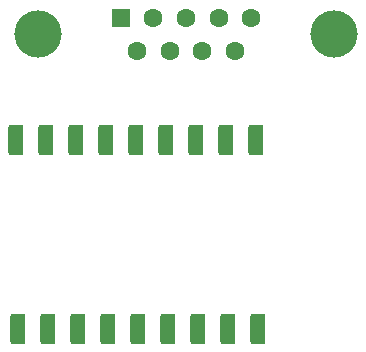
<source format=gbr>
%TF.GenerationSoftware,KiCad,Pcbnew,9.0.6*%
%TF.CreationDate,2025-11-21T12:23:08-05:00*%
%TF.ProjectId,ESP32C6-2,45535033-3243-4362-9d32-2e6b69636164,rev?*%
%TF.SameCoordinates,Original*%
%TF.FileFunction,Soldermask,Bot*%
%TF.FilePolarity,Negative*%
%FSLAX46Y46*%
G04 Gerber Fmt 4.6, Leading zero omitted, Abs format (unit mm)*
G04 Created by KiCad (PCBNEW 9.0.6) date 2025-11-21 12:23:08*
%MOMM*%
%LPD*%
G01*
G04 APERTURE LIST*
G04 Aperture macros list*
%AMRoundRect*
0 Rectangle with rounded corners*
0 $1 Rounding radius*
0 $2 $3 $4 $5 $6 $7 $8 $9 X,Y pos of 4 corners*
0 Add a 4 corners polygon primitive as box body*
4,1,4,$2,$3,$4,$5,$6,$7,$8,$9,$2,$3,0*
0 Add four circle primitives for the rounded corners*
1,1,$1+$1,$2,$3*
1,1,$1+$1,$4,$5*
1,1,$1+$1,$6,$7*
1,1,$1+$1,$8,$9*
0 Add four rect primitives between the rounded corners*
20,1,$1+$1,$2,$3,$4,$5,0*
20,1,$1+$1,$4,$5,$6,$7,0*
20,1,$1+$1,$6,$7,$8,$9,0*
20,1,$1+$1,$8,$9,$2,$3,0*%
G04 Aperture macros list end*
%ADD10RoundRect,0.190500X0.444500X-1.079500X0.444500X1.079500X-0.444500X1.079500X-0.444500X-1.079500X0*%
%ADD11C,4.000000*%
%ADD12R,1.600000X1.600000*%
%ADD13C,1.600000*%
G04 APERTURE END LIST*
D10*
%TO.C,U1*%
X118960000Y-78500000D03*
X121500000Y-78500000D03*
X124040000Y-78500000D03*
X126580000Y-78500000D03*
X129120000Y-78500000D03*
X131660000Y-78500000D03*
X134200000Y-78500000D03*
X136740000Y-78500000D03*
X139280000Y-78500000D03*
X118780000Y-62500000D03*
X121320000Y-62500000D03*
X123860000Y-62500000D03*
X126400000Y-62500000D03*
X128940000Y-62500000D03*
X131480000Y-62500000D03*
X134020000Y-62500000D03*
X136560000Y-62500000D03*
X139100000Y-62500000D03*
%TD*%
D11*
%TO.C,J1*%
X145655000Y-53580000D03*
X120655000Y-53580000D03*
D12*
X127615000Y-52160000D03*
D13*
X130385000Y-52160000D03*
X133155000Y-52160000D03*
X135925000Y-52160000D03*
X138695000Y-52160000D03*
X129000000Y-55000000D03*
X131770000Y-55000000D03*
X134540000Y-55000000D03*
X137310000Y-55000000D03*
%TD*%
M02*

</source>
